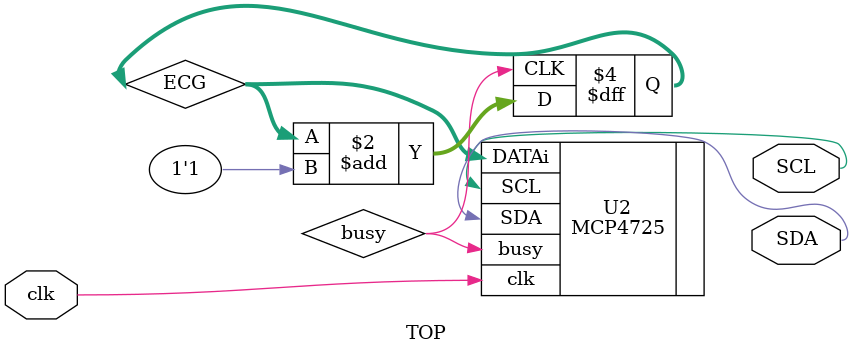
<source format=v>
module TOP(
    input clk,
    //input clke,
    output SCL,
    output SDA
    );

reg [11:0] ECG = 12'd0;
always @ ( negedge busy ) ECG = ECG + 1'b1;
//wire ready, busy, done;

//Generador de senal ECG
/*
GENERADOR U1
(
 //.clke(clke),
 .clk(clk),
 //.ready(ready),
 .ECG(ECG)
);*/
/*
GENERADOR2 U1
(
 .clk(clk),
 .ECG(ECG)
);
*/
//Comunicacion a modulo serial
MCP4725 U2
(
 .clk(clk),
 .DATAi(ECG),
 .SCL(SCL),
 .SDA(SDA),
 .busy(busy)
);

endmodule

</source>
